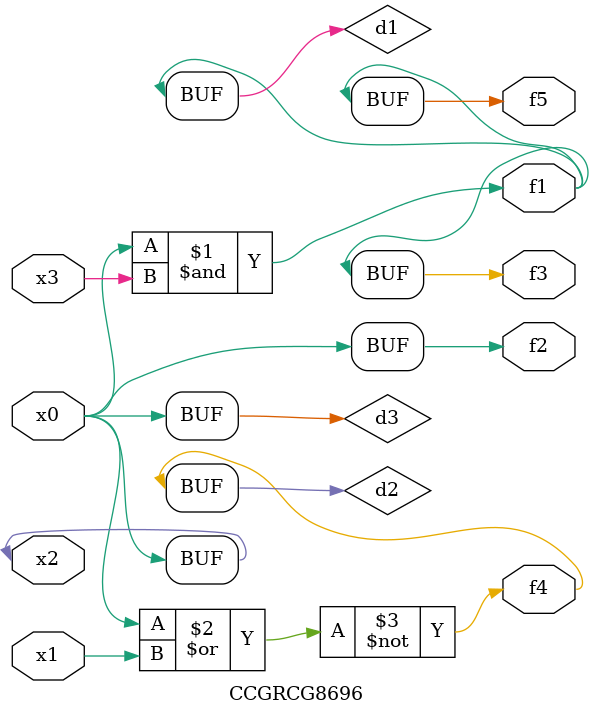
<source format=v>
module CCGRCG8696(
	input x0, x1, x2, x3,
	output f1, f2, f3, f4, f5
);

	wire d1, d2, d3;

	and (d1, x2, x3);
	nor (d2, x0, x1);
	buf (d3, x0, x2);
	assign f1 = d1;
	assign f2 = d3;
	assign f3 = d1;
	assign f4 = d2;
	assign f5 = d1;
endmodule

</source>
